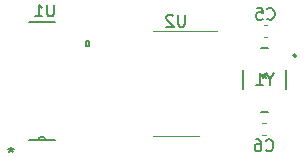
<source format=gbr>
%TF.GenerationSoftware,KiCad,Pcbnew,(5.1.9)-1*%
%TF.CreationDate,2021-05-08T16:45:09+02:00*%
%TF.ProjectId,UPL_Mouse,55504c5f-4d6f-4757-9365-2e6b69636164,rev?*%
%TF.SameCoordinates,Original*%
%TF.FileFunction,Legend,Bot*%
%TF.FilePolarity,Positive*%
%FSLAX46Y46*%
G04 Gerber Fmt 4.6, Leading zero omitted, Abs format (unit mm)*
G04 Created by KiCad (PCBNEW (5.1.9)-1) date 2021-05-08 16:45:09*
%MOMM*%
%LPD*%
G01*
G04 APERTURE LIST*
%ADD10C,0.152400*%
%ADD11C,0.120000*%
%ADD12C,0.150000*%
G04 APERTURE END LIST*
D10*
%TO.C,Y1*%
X146285100Y-111718000D02*
G75*
G03*
X146285100Y-111718000I-152400J0D01*
G01*
X145408800Y-112950252D02*
X145408800Y-114549748D01*
X143315840Y-111032200D02*
X143844160Y-111032200D01*
X141751200Y-114549748D02*
X141751200Y-112950252D01*
X143844160Y-116467800D02*
X143315840Y-116467800D01*
D11*
%TO.C,U2*%
X136060000Y-109645000D02*
X139510000Y-109645000D01*
X136060000Y-109645000D02*
X134110000Y-109645000D01*
X136060000Y-118515000D02*
X138010000Y-118515000D01*
X136060000Y-118515000D02*
X134110000Y-118515000D01*
D10*
%TO.C,U1*%
X128428400Y-110895500D02*
X128682400Y-110895500D01*
X128428400Y-110514500D02*
X128428400Y-110895500D01*
X128682400Y-110514500D02*
X128428400Y-110514500D01*
X128682400Y-110895500D02*
X128682400Y-110514500D01*
X125809303Y-118883800D02*
X123630697Y-118883800D01*
X123630697Y-108876200D02*
X125809303Y-108876200D01*
X124415200Y-118883800D02*
G75*
G02*
X125024800Y-118883800I304800J0D01*
G01*
D11*
%TO.C,C6*%
X143389420Y-117420000D02*
X143670580Y-117420000D01*
X143389420Y-118440000D02*
X143670580Y-118440000D01*
%TO.C,C5*%
X143780580Y-110160000D02*
X143499420Y-110160000D01*
X143780580Y-109140000D02*
X143499420Y-109140000D01*
%TO.C,Y1*%
D12*
X144056190Y-113726190D02*
X144056190Y-114202380D01*
X144389523Y-113202380D02*
X144056190Y-113726190D01*
X143722857Y-113202380D01*
X142865714Y-114202380D02*
X143437142Y-114202380D01*
X143151428Y-114202380D02*
X143151428Y-113202380D01*
X143246666Y-113345238D01*
X143341904Y-113440476D01*
X143437142Y-113488095D01*
X143580000Y-113202380D02*
X143580000Y-113440476D01*
X143818095Y-113345238D02*
X143580000Y-113440476D01*
X143341904Y-113345238D01*
X143722857Y-113630952D02*
X143580000Y-113440476D01*
X143437142Y-113630952D01*
%TO.C,U2*%
X136821904Y-108252380D02*
X136821904Y-109061904D01*
X136774285Y-109157142D01*
X136726666Y-109204761D01*
X136631428Y-109252380D01*
X136440952Y-109252380D01*
X136345714Y-109204761D01*
X136298095Y-109157142D01*
X136250476Y-109061904D01*
X136250476Y-108252380D01*
X135821904Y-108347619D02*
X135774285Y-108300000D01*
X135679047Y-108252380D01*
X135440952Y-108252380D01*
X135345714Y-108300000D01*
X135298095Y-108347619D01*
X135250476Y-108442857D01*
X135250476Y-108538095D01*
X135298095Y-108680952D01*
X135869523Y-109252380D01*
X135250476Y-109252380D01*
%TO.C,U1*%
X125729904Y-107402380D02*
X125729904Y-108211904D01*
X125682285Y-108307142D01*
X125634666Y-108354761D01*
X125539428Y-108402380D01*
X125348952Y-108402380D01*
X125253714Y-108354761D01*
X125206095Y-108307142D01*
X125158476Y-108211904D01*
X125158476Y-107402380D01*
X124158476Y-108402380D02*
X124729904Y-108402380D01*
X124444190Y-108402380D02*
X124444190Y-107402380D01*
X124539428Y-107545238D01*
X124634666Y-107640476D01*
X124729904Y-107688095D01*
X122103800Y-119479180D02*
X122103800Y-119717276D01*
X122341895Y-119622038D02*
X122103800Y-119717276D01*
X121865704Y-119622038D01*
X122246657Y-119907752D02*
X122103800Y-119717276D01*
X121960942Y-119907752D01*
X122103800Y-119479180D02*
X122103800Y-119717276D01*
X122341895Y-119622038D02*
X122103800Y-119717276D01*
X121865704Y-119622038D01*
X122246657Y-119907752D02*
X122103800Y-119717276D01*
X121960942Y-119907752D01*
%TO.C,C6*%
X143696666Y-119717142D02*
X143744285Y-119764761D01*
X143887142Y-119812380D01*
X143982380Y-119812380D01*
X144125238Y-119764761D01*
X144220476Y-119669523D01*
X144268095Y-119574285D01*
X144315714Y-119383809D01*
X144315714Y-119240952D01*
X144268095Y-119050476D01*
X144220476Y-118955238D01*
X144125238Y-118860000D01*
X143982380Y-118812380D01*
X143887142Y-118812380D01*
X143744285Y-118860000D01*
X143696666Y-118907619D01*
X142839523Y-118812380D02*
X143030000Y-118812380D01*
X143125238Y-118860000D01*
X143172857Y-118907619D01*
X143268095Y-119050476D01*
X143315714Y-119240952D01*
X143315714Y-119621904D01*
X143268095Y-119717142D01*
X143220476Y-119764761D01*
X143125238Y-119812380D01*
X142934761Y-119812380D01*
X142839523Y-119764761D01*
X142791904Y-119717142D01*
X142744285Y-119621904D01*
X142744285Y-119383809D01*
X142791904Y-119288571D01*
X142839523Y-119240952D01*
X142934761Y-119193333D01*
X143125238Y-119193333D01*
X143220476Y-119240952D01*
X143268095Y-119288571D01*
X143315714Y-119383809D01*
%TO.C,C5*%
X143806666Y-108577142D02*
X143854285Y-108624761D01*
X143997142Y-108672380D01*
X144092380Y-108672380D01*
X144235238Y-108624761D01*
X144330476Y-108529523D01*
X144378095Y-108434285D01*
X144425714Y-108243809D01*
X144425714Y-108100952D01*
X144378095Y-107910476D01*
X144330476Y-107815238D01*
X144235238Y-107720000D01*
X144092380Y-107672380D01*
X143997142Y-107672380D01*
X143854285Y-107720000D01*
X143806666Y-107767619D01*
X142901904Y-107672380D02*
X143378095Y-107672380D01*
X143425714Y-108148571D01*
X143378095Y-108100952D01*
X143282857Y-108053333D01*
X143044761Y-108053333D01*
X142949523Y-108100952D01*
X142901904Y-108148571D01*
X142854285Y-108243809D01*
X142854285Y-108481904D01*
X142901904Y-108577142D01*
X142949523Y-108624761D01*
X143044761Y-108672380D01*
X143282857Y-108672380D01*
X143378095Y-108624761D01*
X143425714Y-108577142D01*
%TD*%
M02*

</source>
